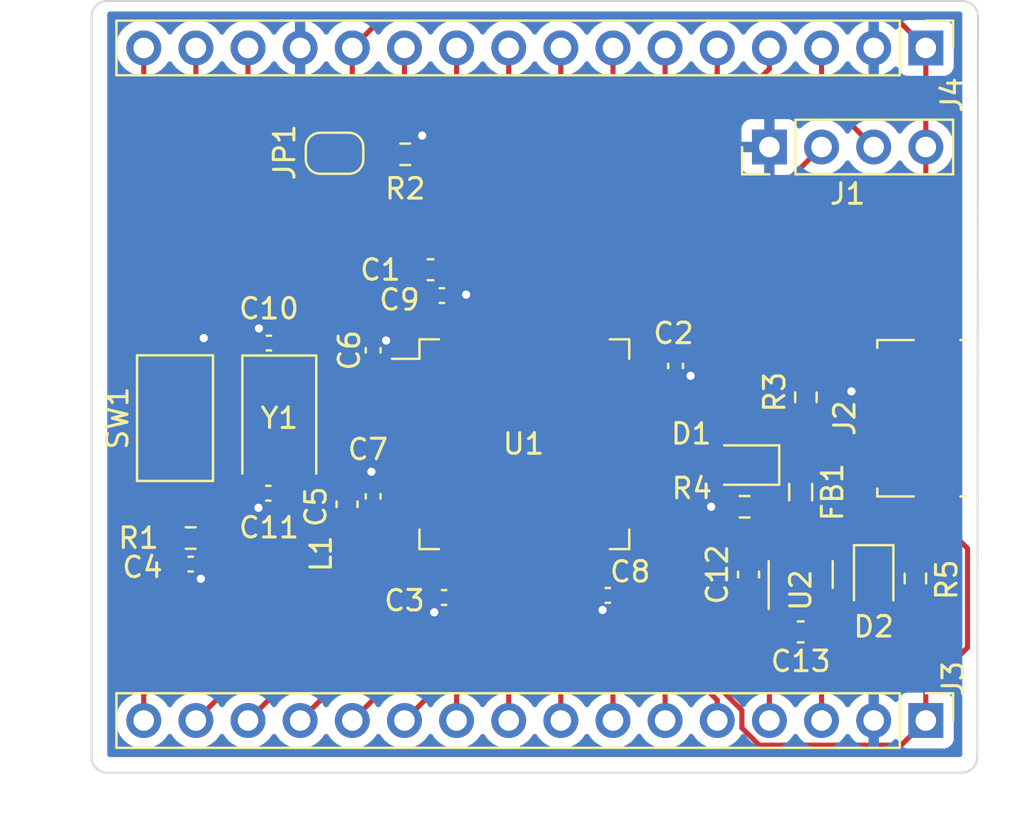
<source format=kicad_pcb>
(kicad_pcb (version 20211014) (generator pcbnew)
  (layers (0 "F.Cu" signal) (31 "B.Cu" signal) (34 "B.Paste" user) (35 "F.Paste" user) (36 "B.SilkS" user "B.Silkscreen") (37 "F.SilkS" user "F.Silkscreen") (38 "B.Mask" user) (39 "F.Mask" user) (44 "Edge.Cuts" user))
  (net 0 "")
  (net 1 "+3.3V")
  (net 2 "GND")
  (net 3 "NRST")
  (net 4 "+3.3VA")
  (net 5 "Net-(C10-Pad1)")
  (net 6 "Net-(C11-Pad1)")
  (net 7 "Net-(C12-Pad1)")
  (net 8 "Net-(D1-Pad1)")
  (net 9 "Net-(D1-Pad2)")
  (net 10 "Net-(D2-Pad1)")
  (net 11 "+5V")
  (net 12 "SWDIO")
  (net 13 "SWCLK")
  (net 14 "USB_D-")
  (net 15 "USB_D+")
  (net 18 "PA4")
  (net 19 "PA15")
  (net 20 "PC15")
  (net 21 "PC14")
  (net 22 "PC13")
  (net 23 "PC12")
  (net 24 "PC11")
  (net 25 "PC10")
  (net 26 "PC4")
  (net 27 "PC5")
  (net 28 "PB0")
  (net 29 "PB1")
  (net 30 "PB2")
  (net 31 "PB3")
  (net 32 "PB4")
  (net 33 "PB6")
  (net 34 "PB7")
  (net 35 "Net-(JP1-Pad1)")
  (net 38 "PB13")
  (net 39 "PB12")
  (net 40 "PB11")
  (net 41 "PB10")
  (net 42 "PA7")
  (net 43 "PA6")
  (net 44 "PA5")
  (net 45 "PA3")
  (net 50 "PB5")
  (footprint "Capacitor_SMD:C_0402_1005Metric" (layer "F.Cu") (at 139.192 75.0824 180)
    (fp_text reference "C10")
    (fp_text value "30p")
  )
  (footprint "Capacitor_SMD:C_0603_1608Metric" (layer "F.Cu") (at 143.002 82.9375 90)
    (fp_text reference "C5")
    (fp_text value "1u")
  )
  (footprint "Capacitor_SMD:C_0603_1608Metric" (layer "F.Cu") (at 147.066 71.509933)
    (fp_text reference "C1")
    (fp_text value "10u")
  )
  (footprint "Capacitor_SMD:C_0402_1005Metric" (layer "F.Cu") (at 159.004 76.2 -90)
    (fp_text reference "C2")
    (fp_text value "100n")
  )
  (footprint "Connector_PinHeader_2.54mm:PinHeader_1x04_P2.54mm_Vertical" (layer "F.Cu") (at 163.576 65.532 90)
    (fp_text reference "J1")
    (fp_text value "Conn_01x04_Male")
  )
  (footprint "Resistor_SMD:R_0603_1608Metric" (layer "F.Cu") (at 145.8346 65.8876 180)
    (fp_text reference "R2")
    (fp_text value "10k")
  )
  (footprint "Resistor_SMD:R_0603_1608Metric" (layer "F.Cu") (at 170.688 86.55 -90)
    (fp_text reference "R5")
    (fp_text value "1k5")
  )
  (footprint "Capacitor_SMD:C_0402_1005Metric" (layer "F.Cu") (at 144.272 75.438 90)
    (fp_text reference "C6")
    (fp_text value "100n")
  )
  (footprint "Jumper:SolderJumper-2_P1.3mm_Open_RoundedPad1.0x1.5mm" (layer "F.Cu") (at 142.3924 65.8368 180)
    (fp_text reference "JP1")
    (fp_text value "SolderJumper_2_Open")
  )
  (footprint "Resistor_SMD:R_0603_1608Metric" (layer "F.Cu") (at 162.369 83.058)
    (fp_text reference "R4")
    (fp_text value "1k5")
  )
  (footprint "LED_SMD:LED_0805_2012Metric" (layer "F.Cu") (at 162.369 81.026 180)
    (fp_text reference "D1")
    (fp_text value "RED")
  )
  (footprint "Capacitor_SMD:C_0603_1608Metric" (layer "F.Cu") (at 165.1 89.154 180)
    (fp_text reference "C13")
    (fp_text value "1u")
  )
  (footprint "Capacitor_SMD:C_0402_1005Metric" (layer "F.Cu") (at 155.702 87.376 180)
    (fp_text reference "C8")
    (fp_text value "100n")
  )
  (footprint "Connector_PinHeader_2.54mm:PinHeader_1x16_P2.54mm_Vertical" (layer "F.Cu") (at 171.196 60.706 -90)
    (fp_text reference "J4")
    (fp_text value "Conn_01x16")
  )
  (footprint "Resistor_SMD:R_0603_1608Metric" (layer "F.Cu") (at 165.354 77.724 -90)
    (fp_text reference "R3")
    (fp_text value "1k5")
  )
  (footprint "Connector_PinHeader_2.54mm:PinHeader_1x16_P2.54mm_Vertical" (layer "F.Cu") (at 171.196 93.472 -90)
    (fp_text reference "J3")
    (fp_text value "Conn_01x16")
  )
  (footprint "Capacitor_SMD:C_0402_1005Metric" (layer "F.Cu") (at 139.164 82.3976 180)
    (fp_text reference "C11")
    (fp_text value "30p")
  )
  (footprint "Capacitor_SMD:C_0402_1005Metric" (layer "F.Cu") (at 147.7264 87.4776 180)
    (fp_text reference "C3")
    (fp_text value "100n")
  )
  (footprint "Capacitor_SMD:C_0402_1005Metric" (layer "F.Cu") (at 135.382 85.852)
    (fp_text reference "C4")
    (fp_text value "100n")
  )
  (footprint "Connector_USB:USB_Micro-B_Molex_47346-0001" (layer "F.Cu") (at 170.5426 78.745 90)
    (fp_text reference "J2")
    (fp_text value "USB_B_Micro")
  )
  (footprint "Inductor_SMD:L_0805_2012Metric" (layer "F.Cu") (at 165.1 82.3425 -90)
    (fp_text reference "FB1")
    (fp_text value "100R")
  )
  (footprint "Capacitor_SMD:C_0402_1005Metric" (layer "F.Cu") (at 147.621269 72.770023)
    (fp_text reference "C9")
    (fp_text value "100n")
  )
  (footprint "Package_TO_SOT_SMD:SOT-23" (layer "F.Cu") (at 165.1 86.36 90)
    (fp_text reference "U2")
    (fp_text value "XC6206PxxxMR")
  )
  (footprint "Package_QFP:LQFP-64_10x10mm_P0.5mm" (layer "F.Cu") (at 151.638 80.01)
    (fp_text reference "U1")
    (fp_text value "STM32F303RETx")
  )
  (footprint "LED_SMD:LED_0805_2012Metric" (layer "F.Cu") (at 168.656 86.614 -90)
    (fp_text reference "D2")
    (fp_text value "GREEN")
  )
  (footprint "Capacitor_SMD:C_0402_1005Metric" (layer "F.Cu") (at 144.272 82.55 90)
    (fp_text reference "C7")
    (fp_text value "100n")
  )
  (footprint "Capacitor_SMD:C_0603_1608Metric" (layer "F.Cu") (at 162.56 86.36 -90)
    (fp_text reference "C12")
    (fp_text value "1u")
  )
  (footprint "Resistor_SMD:R_0603_1608Metric" (layer "F.Cu") (at 135.382 84.582)
    (fp_text reference "R1")
    (fp_text value "10k")
  )
  (footprint "Crystal:Crystal_SMD_5032-2Pin_5.0x3.2mm" (layer "F.Cu") (at 139.7 78.74 -90)
    (fp_text reference "Y1")
    (fp_text value "8MHz")
  )
  (footprint "Button_Switch_SMD:SW_SPST_CK_RS282G05A3" (layer "F.Cu") (at 134.62 78.74 -90)
    (fp_text reference "SW1")
    (fp_text value "SW_DPST_x2")
  )
  (footprint "Inductor_SMD:L_0402_1005Metric" (layer "F.Cu") (at 143.002 85.4775 90)
    (fp_text reference "L1")
    (fp_text value "27n")
  )
  (gr_line (start 173.736 59.182) (end 173.705185 95.25) (layer "Edge.Cuts") (width 0.1))
  (gr_arc (start 172.974 58.42) (mid 173.512815 58.643185) (end 173.736 59.182) (layer "Edge.Cuts") (width 0.1))
  (gr_line (start 172.943185 96.012) (end 131.318 96.012) (layer "Edge.Cuts") (width 0.1))
  (gr_arc (start 173.705185 95.25) (mid 173.482 95.788815) (end 172.943185 96.012) (layer "Edge.Cuts") (width 0.1))
  (gr_line (start 130.556 95.25) (end 130.556 59.182) (layer "Edge.Cuts") (width 0.1))
  (gr_line (start 131.318 58.42) (end 172.974 58.42) (layer "Edge.Cuts") (width 0.1))
  (gr_arc (start 131.318 96.012) (mid 130.779185 95.788815) (end 130.556 95.25) (layer "Edge.Cuts") (width 0.1))
  (gr_arc (start 130.556 59.182) (mid 130.779185 58.643185) (end 131.318 58.42) (layer "Edge.Cuts") (width 0.1))
  (segment (start 170.434 83.82) (end 170.434 74.422) (width 0.25) (layer "F.Cu") (net 1))
  (segment (start 155.388 86.3) (end 156.182 87.094) (width 0.25) (layer "F.Cu") (net 1))
  (segment (start 143.3995 85.9625) (end 145.1025 84.2595) (width 0.25) (layer "F.Cu") (net 1))
  (segment (start 143.002 85.9625) (end 143.3995 85.9625) (width 0.25) (layer "F.Cu") (net 1))
  (segment (start 145.1025 84.2595) (end 146.9821 84.2595) (width 0.25) (layer "F.Cu") (net 1))
  (segment (start 155.1255 84.2595) (end 155.388 84.522) (width 0.25) (layer "F.Cu") (net 1))
  (segment (start 166.05 85.664) (end 167.386 84.328) (width 0.25) (layer "F.Cu") (net 1))
  (segment (start 142.24 67.31) (end 141.7424 66.8124) (width 0.25) (layer "F.Cu") (net 1))
  (segment (start 147.141269 72.973269) (end 147.888 73.72) (width 0.3) (layer "F.Cu") (net 1))
  (segment (start 148.888 85.685) (end 148.888 86.796) (width 0.25) (layer "F.Cu") (net 1))
  (segment (start 166.05 88.979) (end 165.875 89.154) (width 0.25) (layer "F.Cu") (net 1))
  (segment (start 157.3135 76.2605) (end 157.313 76.26) (width 0.25) (layer "F.Cu") (net 1))
  (segment (start 145.963 76.26) (end 147.26 76.26) (width 0.3) (layer "F.Cu") (net 1))
  (segment (start 171.196 93.472) (end 169.996 94.672) (width 0.25) (layer "F.Cu") (net 1))
  (segment (start 169.672 59.182) (end 144.78 59.182) (width 0.25) (layer "F.Cu") (net 1))
  (segment (start 166.05 87.2975) (end 166.05 88.979) (width 0.25) (layer "F.Cu") (net 1))
  (segment (start 146.291 71.628) (end 146.291 70.091) (width 0.25) (layer "F.Cu") (net 1))
  (segment (start 173.228 85.09) (end 173.228 89.916) (width 0.25) (layer "F.Cu") (net 1))
  (segment (start 147.094 72.898) (end 147.094 72.431) (width 0.25) (layer "F.Cu") (net 1))
  (segment (start 146.291 70.091) (end 143.51 67.31) (width 0.25) (layer "F.Cu") (net 1))
  (segment (start 141.7424 66.8124) (end 141.7424 65.8368) (width 0.25) (layer "F.Cu") (net 1))
  (segment (start 171.196 68.776002) (end 167.611001 72.361001) (width 0.25) (layer "F.Cu") (net 1))
  (segment (start 158.1815 76.2605) (end 157.3135 76.2605) (width 0.25) (layer "F.Cu") (net 1))
  (segment (start 166.05 87.2975) (end 166.05 85.664) (width 0.25) (layer "F.Cu") (net 1))
  (segment (start 147.5917 84.2595) (end 148.338541 84.2595) (width 0.25) (layer "F.Cu") (net 1))
  (segment (start 167.386 84.328) (end 170.434 84.328) (width 0.25) (layer "F.Cu") (net 1))
  (segment (start 164.818 75.72) (end 165.354 75.184) (width 0.25) (layer "F.Cu") (net 1))
  (segment (start 155.388 85.685) (end 155.388 86.3) (width 0.25) (layer "F.Cu") (net 1))
  (segment (start 167.611001 72.361001) (end 165.354 74.618002) (width 0.25) (layer "F.Cu") (net 1))
  (segment (start 170.434 84.328) (end 171.196 84.328) (width 0.25) (layer "F.Cu") (net 1))
  (segment (start 148.888 84.808959) (end 148.888 85.685) (width 0.25) (layer "F.Cu") (net 1))
  (segment (start 169.926 84.328) (end 170.434 83.82) (width 0.25) (layer "F.Cu") (net 1))
  (segment (start 171.196 65.532) (end 171.196 60.706) (width 0.25) (layer "F.Cu") (net 1))
  (segment (start 168.402 87.2975) (end 168.656 87.5515) (width 0.25) (layer "F.Cu") (net 1))
  (segment (start 165.354 74.618002) (end 165.354 76.899) (width 0.25) (layer "F.Cu") (net 1))
  (segment (start 144.78 59.182) (end 143.256 60.706) (width 0.25) (layer "F.Cu") (net 1))
  (segment (start 140.208 84.582) (end 141.732 86.106) (width 0.25) (layer "F.Cu") (net 1))
  (segment (start 141.7424 64.3024) (end 141.7424 65.8368) (width 0.25) (layer "F.Cu") (net 1))
  (segment (start 166.05 87.2975) (end 168.402 87.2975) (width 0.25) (layer "F.Cu") (net 1))
  (segment (start 165.354 76.899) (end 165.354 75.184) (width 0.25) (layer "F.Cu") (net 1))
  (segment (start 173.228 89.916) (end 171.196 91.948) (width 0.25) (layer "F.Cu") (net 1))
  (segment (start 136.207 84.582) (end 140.208 84.582) (width 0.25) (layer "F.Cu") (net 1))
  (segment (start 171.196 65.532) (end 171.196 68.776002) (width 0.25) (layer "F.Cu") (net 1))
  (segment (start 162.236 93.829057) (end 162.236 92.974943) (width 0.25) (layer "F.Cu") (net 1))
  (segment (start 163.078943 94.672) (end 162.236 93.829057) (width 0.25) (layer "F.Cu") (net 1))
  (segment (start 143.256 62.7888) (end 141.7424 64.3024) (width 0.25) (layer "F.Cu") (net 1))
  (segment (start 171.196 60.706) (end 169.672 59.182) (width 0.25) (layer "F.Cu") (net 1))
  (segment (start 168.373001 72.361001) (end 167.611001 72.361001) (width 0.25) (layer "F.Cu") (net 1))
  (segment (start 147.094 72.431) (end 146.291 71.628) (width 0.25) (layer "F.Cu") (net 1))
  (segment (start 141.732 86.106) (end 142.8585 86.106) (width 0.25) (layer "F.Cu") (net 1))
  (segment (start 172.466 84.328) (end 173.228 85.09) (width 0.25) (layer "F.Cu") (net 1))
  (segment (start 171.196 84.328) (end 172.466 84.328) (width 0.25) (layer "F.Cu") (net 1))
  (segment (start 156.182 87.094) (end 156.182 87.376) (width 0.25) (layer "F.Cu") (net 1))
  (segment (start 155.388 84.522) (end 155.388 85.685) (width 0.25) (layer "F.Cu") (net 1))
  (segment (start 143.51 67.31) (end 142.24 67.31) (width 0.25) (layer "F.Cu") (net 1))
  (segment (start 143.256 60.706) (end 143.256 62.7888) (width 0.25) (layer "F.Cu") (net 1))
  (segment (start 146.9821 84.2595) (end 147.5917 84.2595) (width 0.25) (layer "F.Cu") (net 1))
  (segment (start 159.004 75.72) (end 164.818 75.72) (width 0.25) (layer "F.Cu") (net 1))
  (segment (start 171.196 91.948) (end 171.196 93.472) (width 0.25) (layer "F.Cu") (net 1))
  (segment (start 142.8585 86.106) (end 143.002 85.9625) (width 0.25) (layer "F.Cu") (net 1))
  (segment (start 170.434 74.422) (end 168.373001 72.361001) (width 0.25) (layer "F.Cu") (net 1))
  (segment (start 147.141269 72.770023) (end 147.141269 72.973269) (width 0.3) (layer "F.Cu") (net 1))
  (segment (start 148.338541 84.2595) (end 148.888 84.808959) (width 0.25) (layer "F.Cu") (net 1))
  (segment (start 148.888 86.796) (end 148.2064 87.4776) (width 0.25) (layer "F.Cu") (net 1))
  (segment (start 147.888 75.632) (end 147.888 74.335) (width 0.3) (layer "F.Cu") (net 1))
  (segment (start 148.338541 84.2595) (end 155.1255 84.2595) (width 0.25) (layer "F.Cu") (net 1))
  (segment (start 147.26 76.26) (end 147.888 75.632) (width 0.3) (layer "F.Cu") (net 1))
  (segment (start 147.094 72.940965) (end 147.094 72.898) (width 0.25) (layer "F.Cu") (net 1))
  (segment (start 156.637057 87.376) (end 156.182 87.376) (width 0.25) (layer "F.Cu") (net 1))
  (segment (start 147.888 73.72) (end 147.888 74.335) (width 0.3) (layer "F.Cu") (net 1))
  (segment (start 144.614 76.26) (end 144.272 75.918) (width 0.25) (layer "F.Cu") (net 1))
  (segment (start 162.236 92.974943) (end 156.637057 87.376) (width 0.25) (layer "F.Cu") (net 1))
  (segment (start 158.722 75.72) (end 158.1815 76.2605) (width 0.25) (layer "F.Cu") (net 1))
  (segment (start 169.996 94.672) (end 163.078943 94.672) (width 0.25) (layer "F.Cu") (net 1))
  (segment (start 145.963 76.26) (end 144.614 76.26) (width 0.25) (layer "F.Cu") (net 1))
  (segment (start 164.15 87.2975) (end 162.7225 87.2975) (width 0.25) (layer "F.Cu") (net 2))
  (segment (start 135.878318 86.565713) (end 135.878318 85.868318) (width 0.25) (layer "F.Cu") (net 2))
  (segment (start 161.544 83.058) (end 161.544 86.119) (width 0.25) (layer "F.Cu") (net 2))
  (segment (start 135.878318 85.868318) (end 135.862 85.852) (width 0.25) (layer "F.Cu") (net 2))
  (segment (start 154.888 87.042) (end 155.222 87.376) (width 0.25) (layer "F.Cu") (net 2))
  (segment (start 144.272 82.07) (end 143.0945 82.07) (width 0.25) (layer "F.Cu") (net 2))
  (segment (start 170.688 89.916) (end 170.688 87.375) (width 0.25) (layer "F.Cu") (net 2))
  (segment (start 147.2464 87.1448) (end 147.2464 87.4776) (width 0.25) (layer "F.Cu") (net 2))
  (segment (start 155.448 88.0872) (end 155.222 87.8612) (width 0.25) (layer "F.Cu") (net 2))
  (segment (start 164.15 87.2975) (end 164.15 88.979) (width 0.25) (layer "F.Cu") (net 2))
  (segment (start 138.684 82.3976) (end 138.684 83.1088) (width 0.25) (layer "F.Cu") (net 2))
  (segment (start 146.6596 64.9732) (end 146.6596 65.8876) (width 0.25) (layer "F.Cu") (net 2))
  (segment (start 148.388 86.525685) (end 148.070585 86.8431) (width 0.25) (layer "F.Cu") (net 2))
  (segment (start 148.054 72.898) (end 148.054 72.890391) (width 0.25) (layer "F.Cu") (net 2))
  (segment (start 145.963 81.76) (end 144.582 81.76) (width 0.25) (layer "F.Cu") (net 2))
  (segment (start 136.01935 74.84) (end 134.62 74.84) (width 0.25) (layer "F.Cu") (net 2))
  (segment (start 168.656 91.948) (end 170.688 89.916) (width 0.25) (layer "F.Cu") (net 2))
  (segment (start 138.7094 74.3712) (end 138.7094 75.0798) (width 0.25) (layer "F.Cu") (net 2))
  (segment (start 161.544 86.119) (end 162.56 87.135) (width 0.25) (layer "F.Cu") (net 2))
  (segment (start 148.388 85.685) (end 148.388 86.525685) (width 0.25) (layer "F.Cu") (net 2))
  (segment (start 148.388 74.335) (end 148.388 73.232) (width 0.25) (layer "F.Cu") (net 2))
  (segment (start 147.2464 88.198764) (end 147.247414 88.199778) (width 0.25) (layer "F.Cu") (net 2))
  (segment (start 148.054 72.898) (end 148.054 71.841) (width 0.25) (layer "F.Cu") (net 2))
  (segment (start 144.582 81.76) (end 144.272 82.07) (width 0.25) (layer "F.Cu") (net 2))
  (segment (start 167.571171 77.435544) (end 167.580627 77.445) (width 0.25) (layer "F.Cu") (net 2))
  (segment (start 168.656 93.472) (end 168.656 91.948) (width 0.25) (layer "F.Cu") (net 2))
  (segment (start 164.15 88.979) (end 164.325 89.154) (width 0.25) (layer "F.Cu") (net 2))
  (segment (start 147.5481 86.8431) (end 147.2464 87.1448) (width 0.25) (layer "F.Cu") (net 2))
  (segment (start 144.272 82.07) (end 144.272 81.435869) (width 0.25) (layer "F.Cu") (net 2))
  (segment (start 143.0945 82.07) (end 143.002 82.1625) (width 0.25) (layer "F.Cu") (net 2))
  (segment (start 161.544 83.058) (end 160.737814 83.058) (width 0.25) (layer "F.Cu") (net 2))
  (segment (start 158.924 76.76) (end 159.004 76.68) (width 0.25) (layer "F.Cu") (net 2))
  (segment (start 154.888 85.685) (end 154.888 87.042) (width 0.25) (layer "F.Cu") (net 2))
  (segment (start 148.070585 86.8431) (end 147.5481 86.8431) (width 0.25) (layer "F.Cu") (net 2))
  (segment (start 148.054 71.841) (end 147.841 71.628) (width 0.25) (layer "F.Cu") (net 2))
  (segment (start 148.228729 72.723271) (end 148.054 72.898) (width 0.25) (layer "F.Cu") (net 2))
  (segment (start 167.580627 77.445) (end 169.0826 77.445) (width 0.25) (layer "F.Cu") (net 2))
  (segment (start 148.800787 72.723271) (end 148.228729 72.723271) (width 0.25) (layer "F.Cu") (net 2))
  (segment (start 147.2464 87.4776) (end 147.2464 88.198764) (width 0.25) (layer "F.Cu") (net 2))
  (segment (start 144.272 81.435869) (end 144.186485 81.350354) (width 0.25) (layer "F.Cu") (net 2))
  (segment (start 155.222 87.8612) (end 155.222 87.376) (width 0.25) (layer "F.Cu") (net 2))
  (segment (start 157.313 76.76) (end 158.924 76.76) (width 0.25) (layer "F.Cu") (net 2))
  (segment (start 144.9044 74.958) (end 144.272 74.958) (width 0.25) (layer "F.Cu") (net 2))
  (segment (start 159.738 76.68) (end 159.004 76.68) (width 0.25) (layer "F.Cu") (net 2))
  (segment (start 138.7094 75.0798) (end 138.712 75.0824) (width 0.25) (layer "F.Cu") (net 2))
  (segment (start 162.7225 87.2975) (end 162.56 87.135) (width 0.25) (layer "F.Cu") (net 2))
  (segment (start 148.388 73.232) (end 148.054 72.898) (width 0.25) (layer "F.Cu") (net 2))
  (via (at 147.247414 88.199778) (size 0.8) (drill 0.4) (layers "F.Cu" "B.Cu") (net 2))
  (via (at 138.684 83.1088) (size 0.8) (drill 0.4) (layers "F.Cu" "B.Cu") (net 2))
  (via (at 159.738 76.68) (size 0.8) (drill 0.4) (layers "F.Cu" "B.Cu") (net 2))
  (via (at 167.571171 77.435544) (size 0.8) (drill 0.4) (layers "F.Cu" "B.Cu") (net 2))
  (via (at 144.9044 74.958) (size 0.8) (drill 0.4) (layers "F.Cu" "B.Cu") (net 2))
  (via (at 146.6596 64.9732) (size 0.8) (drill 0.4) (layers "F.Cu" "B.Cu") (net 2))
  (via (at 135.878318 86.565713) (size 0.8) (drill 0.4) (layers "F.Cu" "B.Cu") (net 2))
  (via (at 160.737814 83.058) (size 0.8) (drill 0.4) (layers "F.Cu" "B.Cu") (net 2))
  (via (at 136.01935 74.84) (size 0.8) (drill 0.4) (layers "F.Cu" "B.Cu") (net 2))
  (via (at 148.800787 72.723271) (size 0.8) (drill 0.4) (layers "F.Cu" "B.Cu") (net 2))
  (via (at 144.186485 81.350354) (size 0.8) (drill 0.4) (layers "F.Cu" "B.Cu") (net 2))
  (via (at 155.448 88.0872) (size 0.8) (drill 0.4) (layers "F.Cu" "B.Cu") (net 2))
  (via (at 138.7094 74.3712) (size 0.8) (drill 0.4) (layers "F.Cu" "B.Cu") (net 2))
  (segment (start 134.557 84.836) (end 134.62 84.773) (width 0.25) (layer "F.Cu") (net 3))
  (segment (start 134.62 84.773) (end 134.62 82.64) (width 0.25) (layer "F.Cu") (net 3))
  (segment (start 141.732 80.01) (end 141.732 82.296) (width 0.25) (layer "F.Cu") (net 3))
  (segment (start 137.668 84.074) (end 136.234 82.64) (width 0.25) (layer "F.Cu") (net 3))
  (segment (start 145.963 79.26) (end 142.482 79.26) (width 0.25) (layer "F.Cu") (net 3))
  (segment (start 134.902 85.181) (end 134.557 84.836) (width 0.25) (layer "F.Cu") (net 3))
  (segment (start 142.482 79.26) (end 141.732 80.01) (width 0.25) (layer "F.Cu") (net 3))
  (segment (start 134.902 85.852) (end 134.902 85.181) (width 0.25) (layer "F.Cu") (net 3))
  (segment (start 136.234 82.64) (end 134.62 82.64) (width 0.25) (layer "F.Cu") (net 3))
  (segment (start 139.954 84.074) (end 137.668 84.074) (width 0.25) (layer "F.Cu") (net 3))
  (segment (start 141.732 82.296) (end 139.954 84.074) (width 0.25) (layer "F.Cu") (net 3))
  (segment (start 145.963 82.26) (end 145.084965 82.26) (width 0.25) (layer "F.Cu") (net 4))
  (segment (start 145.084965 82.26) (end 144.314965 83.03) (width 0.25) (layer "F.Cu") (net 4))
  (segment (start 144.272 83.03) (end 143.6845 83.03) (width 0.25) (layer "F.Cu") (net 4))
  (segment (start 144.314965 83.03) (end 144.272 83.03) (width 0.25) (layer "F.Cu") (net 4))
  (segment (start 143.002 84.9925) (end 143.002 83.7125) (width 0.25) (layer "F.Cu") (net 4))
  (segment (start 143.6845 83.03) (end 143.002 83.7125) (width 0.25) (layer "F.Cu") (net 4))
  (segment (start 143.284 78.26) (end 141.914 76.89) (width 0.25) (layer "F.Cu") (net 5))
  (segment (start 139.672 76.862) (end 139.7 76.89) (width 0.25) (layer "F.Cu") (net 5))
  (segment (start 141.914 76.89) (end 139.7 76.89) (width 0.25) (layer "F.Cu") (net 5))
  (segment (start 139.672 75.0824) (end 139.672 76.862) (width 0.25) (layer "F.Cu") (net 5))
  (segment (start 145.963 78.26) (end 143.284 78.26) (width 0.25) (layer "F.Cu") (net 5))
  (segment (start 139.644 82.3976) (end 139.644 80.646) (width 0.25) (layer "F.Cu") (net 6))
  (segment (start 141.53 78.76) (end 139.7 80.59) (width 0.25) (layer "F.Cu") (net 6))
  (segment (start 139.644 80.646) (end 139.7 80.59) (width 0.25) (layer "F.Cu") (net 6))
  (segment (start 145.963 78.76) (end 141.53 78.76) (width 0.25) (layer "F.Cu") (net 6))
  (segment (start 165.1 83.405) (end 165.1 85.4225) (width 0.25) (layer "F.Cu") (net 7))
  (segment (start 162.7225 85.4225) (end 162.56 85.585) (width 0.25) (layer "F.Cu") (net 7))
  (segment (start 165.1 85.4225) (end 162.7225 85.4225) (width 0.25) (layer "F.Cu") (net 7))
  (segment (start 163.3065 82.9455) (end 163.194 83.058) (width 0.25) (layer "F.Cu") (net 8))
  (segment (start 163.3065 81.026) (end 163.3065 82.9455) (width 0.25) (layer "F.Cu") (net 8))
  (segment (start 161.1655 80.76) (end 161.4315 81.026) (width 0.25) (layer "F.Cu") (net 9))
  (segment (start 157.313 80.76) (end 161.1655 80.76) (width 0.25) (layer "F.Cu") (net 9))
  (segment (start 170.6395 85.6765) (end 170.688 85.725) (width 0.25) (layer "F.Cu") (net 10))
  (segment (start 168.656 85.6765) (end 170.6395 85.6765) (width 0.25) (layer "F.Cu") (net 10))
  (segment (start 166.878 81.28) (end 165.1 81.28) (width 0.3) (layer "F.Cu") (net 11))
  (segment (start 169.0826 80.045) (end 168.113 80.045) (width 0.3) (layer "F.Cu") (net 11))
  (segment (start 168.113 80.045) (end 166.878 81.28) (width 0.3) (layer "F.Cu") (net 11))
  (segment (start 157.313 77.26) (end 156.1524 77.26) (width 0.25) (layer "F.Cu") (net 12))
  (segment (start 155.6512 76.7588) (end 155.6512 75.9968) (width 0.25) (layer "F.Cu") (net 12))
  (segment (start 156.1524 77.26) (end 155.6512 76.7588) (width 0.25) (layer "F.Cu") (net 12))
  (segment (start 155.6512 75.9968) (end 166.116 65.532) (width 0.25) (layer "F.Cu") (net 12))
  (segment (start 162.052 63.5) (end 166.624 63.5) (width 0.25) (layer "F.Cu") (net 13))
  (segment (start 155.388 72.989606) (end 161.789501 66.588105) (width 0.25) (layer "F.Cu") (net 13))
  (segment (start 161.789501 63.762499) (end 162.052 63.5) (width 0.25) (layer "F.Cu") (net 13))
  (segment (start 155.388 74.335) (end 155.388 72.989606) (width 0.25) (layer "F.Cu") (net 13))
  (segment (start 166.624 63.5) (end 168.656 65.532) (width 0.25) (layer "F.Cu") (net 13))
  (segment (start 161.789501 66.588105) (end 161.789501 63.762499) (width 0.25) (layer "F.Cu") (net 13))
  (segment (start 158.21724 78.309004) (end 160.9146 78.309002) (width 0.25) (layer "F.Cu") (net 14))
  (segment (start 161.995598 79.39) (end 169.0776 79.39) (width 0.25) (layer "F.Cu") (net 14))
  (segment (start 169.0776 79.39) (end 169.0826 79.395) (width 0.25) (layer "F.Cu") (net 14))
  (segment (start 160.9146 78.309002) (end 161.995598 79.39) (width 0.25) (layer "F.Cu") (net 14))
  (segment (start 158.168236 78.26) (end 158.21724 78.309004) (width 0.25) (layer "F.Cu") (net 14))
  (segment (start 157.313 78.26) (end 158.168236 78.26) (width 0.25) (layer "F.Cu") (net 14))
  (segment (start 161.121501 77.809501) (end 162.052 78.74) (width 0.25) (layer "F.Cu") (net 15))
  (segment (start 157.313 77.76) (end 158.374633 77.76) (width 0.25) (layer "F.Cu") (net 15))
  (segment (start 158.424135 77.809501) (end 161.121501 77.809501) (width 0.25) (layer "F.Cu") (net 15))
  (segment (start 169.0776 78.74) (end 169.0826 78.745) (width 0.25) (layer "F.Cu") (net 15))
  (segment (start 162.052 78.74) (end 169.0776 78.74) (width 0.25) (layer "F.Cu") (net 15))
  (segment (start 158.374633 77.76) (end 158.424135 77.809501) (width 0.25) (layer "F.Cu") (net 15))
  (segment (start 137.16 91.948) (end 135.636 93.472) (width 0.25) (layer "F.Cu") (net 18))
  (segment (start 138.882402 91.948) (end 137.16 91.948) (width 0.25) (layer "F.Cu") (net 18))
  (segment (start 149.388 85.685) (end 149.388 87.34) (width 0.25) (layer "F.Cu") (net 18))
  (segment (start 149.388 87.34) (end 147.32 89.408) (width 0.25) (layer "F.Cu") (net 18))
  (segment (start 141.422402 89.408) (end 138.882402 91.948) (width 0.25) (layer "F.Cu") (net 18))
  (segment (start 147.32 89.408) (end 141.422402 89.408) (width 0.25) (layer "F.Cu") (net 18))
  (segment (start 161.798 62.738) (end 165.608 62.738) (width 0.25) (layer "F.Cu") (net 19))
  (segment (start 165.608 62.738) (end 166.116 62.23) (width 0.25) (layer "F.Cu") (net 19))
  (segment (start 161.29 66.381205) (end 161.29 63.246) (width 0.25) (layer "F.Cu") (net 19))
  (segment (start 161.29 63.246) (end 161.798 62.738) (width 0.25) (layer "F.Cu") (net 19))
  (segment (start 154.888 74.335) (end 154.888 72.783205) (width 0.25) (layer "F.Cu") (net 19))
  (segment (start 166.116 62.23) (end 166.116 60.706) (width 0.25) (layer "F.Cu") (net 19))
  (segment (start 154.888 72.783205) (end 161.29 66.381205) (width 0.25) (layer "F.Cu") (net 19))
  (segment (start 141.986 76.047769) (end 141.986 74.422) (width 0.25) (layer "F.Cu") (net 20))
  (segment (start 141.986 74.422) (end 133.096 65.532) (width 0.25) (layer "F.Cu") (net 20))
  (segment (start 143.698231 77.76) (end 141.986 76.047769) (width 0.25) (layer "F.Cu") (net 20))
  (segment (start 133.096 65.532) (end 133.096 60.706) (width 0.25) (layer "F.Cu") (net 20))
  (segment (start 145.963 77.76) (end 143.698231 77.76) (width 0.25) (layer "F.Cu") (net 20))
  (segment (start 135.636 67.31) (end 135.636 60.706) (width 0.25) (layer "F.Cu") (net 21))
  (segment (start 142.494 74.168) (end 135.636 67.31) (width 0.25) (layer "F.Cu") (net 21))
  (segment (start 145.963 77.26) (end 143.904633 77.26) (width 0.25) (layer "F.Cu") (net 21))
  (segment (start 142.494 75.849367) (end 142.494 74.168) (width 0.25) (layer "F.Cu") (net 21))
  (segment (start 143.904633 77.26) (end 142.494 75.849367) (width 0.25) (layer "F.Cu") (net 21))
  (segment (start 144.111035 76.76) (end 143.002 75.650965) (width 0.25) (layer "F.Cu") (net 22))
  (segment (start 143.002 73.914) (end 138.176 69.088) (width 0.25) (layer "F.Cu") (net 22))
  (segment (start 145.963 76.76) (end 144.111035 76.76) (width 0.25) (layer "F.Cu") (net 22))
  (segment (start 143.002 75.650965) (end 143.002 73.914) (width 0.25) (layer "F.Cu") (net 22))
  (segment (start 138.176 69.088) (end 138.176 60.706) (width 0.25) (layer "F.Cu") (net 22))
  (segment (start 153.388 72.164) (end 158.496 67.056) (width 0.25) (layer "F.Cu") (net 23))
  (segment (start 158.496 67.056) (end 158.496 60.706) (width 0.25) (layer "F.Cu") (net 23))
  (segment (start 153.388 74.335) (end 153.388 72.164) (width 0.25) (layer "F.Cu") (net 23))
  (segment (start 160.274 62.738) (end 161.036 61.976) (width 0.25) (layer "F.Cu") (net 24))
  (segment (start 161.036 61.976) (end 161.036 60.706) (width 0.25) (layer "F.Cu") (net 24))
  (segment (start 153.888 72.370402) (end 160.274 65.984402) (width 0.25) (layer "F.Cu") (net 24))
  (segment (start 160.274 65.984402) (end 160.274 62.738) (width 0.25) (layer "F.Cu") (net 24))
  (segment (start 153.888 74.335) (end 153.888 72.370402) (width 0.25) (layer "F.Cu") (net 24))
  (segment (start 160.782 66.182804) (end 160.782 62.992) (width 0.25) (layer "F.Cu") (net 25))
  (segment (start 154.388 74.335) (end 154.388 72.576804) (width 0.25) (layer "F.Cu") (net 25))
  (segment (start 163.068 62.23) (end 163.576 61.722) (width 0.25) (layer "F.Cu") (net 25))
  (segment (start 161.544 62.23) (end 163.068 62.23) (width 0.25) (layer "F.Cu") (net 25))
  (segment (start 160.782 62.992) (end 161.544 62.23) (width 0.25) (layer "F.Cu") (net 25))
  (segment (start 154.388 72.576804) (end 160.782 66.182804) (width 0.25) (layer "F.Cu") (net 25))
  (segment (start 163.576 61.722) (end 163.576 60.706) (width 0.25) (layer "F.Cu") (net 25))
  (segment (start 151.384 88.392) (end 148.336 91.44) (width 0.25) (layer "F.Cu") (net 26))
  (segment (start 151.387501 88.078901) (end 151.384 88.082401) (width 0.25) (layer "F.Cu") (net 26))
  (segment (start 151.387501 85.685499) (end 151.387501 88.078901) (width 0.25) (layer "F.Cu") (net 26))
  (segment (start 151.388 85.685) (end 151.387501 85.685499) (width 0.25) (layer "F.Cu") (net 26))
  (segment (start 147.828 91.44) (end 145.796 93.472) (width 0.25) (layer "F.Cu") (net 26))
  (segment (start 151.384 88.082401) (end 151.384 88.392) (width 0.25) (layer "F.Cu") (net 26))
  (segment (start 148.336 91.44) (end 147.828 91.44) (width 0.25) (layer "F.Cu") (net 26))
  (segment (start 148.336 92.202) (end 148.336 93.472) (width 0.25) (layer "F.Cu") (net 27))
  (segment (start 151.888 88.65) (end 148.336 92.202) (width 0.25) (layer "F.Cu") (net 27))
  (segment (start 151.888 85.685) (end 151.888 88.65) (width 0.25) (layer "F.Cu") (net 27))
  (segment (start 152.388 88.912) (end 150.876 90.424) (width 0.25) (layer "F.Cu") (net 28))
  (segment (start 152.388 85.685) (end 152.388 88.912) (width 0.25) (layer "F.Cu") (net 28))
  (segment (start 150.876 90.424) (end 150.876 93.472) (width 0.25) (layer "F.Cu") (net 28))
  (segment (start 152.888 85.685) (end 152.888 88.88) (width 0.25) (layer "F.Cu") (net 29))
  (segment (start 152.888 88.88) (end 153.416 89.408) (width 0.25) (layer "F.Cu") (net 29))
  (segment (start 153.416 89.408) (end 153.416 93.472) (width 0.25) (layer "F.Cu") (net 29))
  (segment (start 153.388 88.618) (end 155.956 91.186) (width 0.25) (layer "F.Cu") (net 30))
  (segment (start 153.388 85.685) (end 153.388 88.618) (width 0.25) (layer "F.Cu") (net 30))
  (segment (start 155.956 91.186) (end 155.956 93.472) (width 0.25) (layer "F.Cu") (net 30))
  (segment (start 155.956 67.818) (end 155.956 60.706) (width 0.25) (layer "F.Cu") (net 31))
  (segment (start 152.388 71.386) (end 155.956 67.818) (width 0.25) (layer "F.Cu") (net 31))
  (segment (start 152.388 74.335) (end 152.388 71.386) (width 0.25) (layer "F.Cu") (net 31))
  (segment (start 153.416 69.596) (end 153.416 60.706) (width 0.25) (layer "F.Cu") (net 32))
  (segment (start 151.888 71.124) (end 153.416 69.596) (width 0.25) (layer "F.Cu") (net 32))
  (segment (start 151.888 74.335) (end 151.888 71.124) (width 0.25) (layer "F.Cu") (net 32))
  (segment (start 150.888 74.335) (end 150.888 71.386) (width 0.25) (layer "F.Cu") (net 33))
  (segment (start 150.888 71.386) (end 148.336 68.834) (width 0.25) (layer "F.Cu") (net 33))
  (segment (start 148.336 68.834) (end 148.336 60.706) (width 0.25) (layer "F.Cu") (net 33))
  (segment (start 150.388 71.648) (end 145.796 67.056) (width 0.25) (layer "F.Cu") (net 34))
  (segment (start 150.388 74.335) (end 150.388 71.648) (width 0.25) (layer "F.Cu") (net 34))
  (segment (start 145.796 67.056) (end 145.796 60.706) (width 0.25) (layer "F.Cu") (net 34))
  (segment (start 145.0096 65.8876) (end 143.0932 65.8876) (width 0.25) (layer "F.Cu") (net 35))
  (segment (start 143.0932 65.8876) (end 143.0424 65.8368) (width 0.25) (layer "F.Cu") (net 35))
  (segment (start 144.971 67.247) (end 144.971 65.9262) (width 0.25) (layer "F.Cu") (net 35))
  (segment (start 144.971 65.9262) (end 145.0096 65.8876) (width 0.25) (layer "F.Cu") (net 35))
  (segment (start 149.888 72.164) (end 144.971 67.247) (width 0.25) (layer "F.Cu") (net 35))
  (segment (start 149.888 74.335) (end 149.888 72.164) (width 0.25) (layer "F.Cu") (net 35))
  (segment (start 161.036 84.582) (end 161.036 87.884) (width 0.25) (layer "F.Cu") (net 38))
  (segment (start 157.313 83.26) (end 159.714 83.26) (width 0.25) (layer "F.Cu") (net 38))
  (segment (start 165.1 90.932) (end 166.116 91.948) (width 0.25) (layer "F.Cu") (net 38))
  (segment (start 166.116 91.948) (end 166.116 93.472) (width 0.25) (layer "F.Cu") (net 38))
  (segment (start 164.084 90.932) (end 165.1 90.932) (width 0.25) (layer "F.Cu") (net 38))
  (segment (start 159.714 83.26) (end 161.036 84.582) (width 0.25) (layer "F.Cu") (net 38))
  (segment (start 161.036 87.884) (end 164.084 90.932) (width 0.25) (layer "F.Cu") (net 38))
  (segment (start 157.313 83.76) (end 157.373 83.82) (width 0.25) (layer "F.Cu") (net 39))
  (segment (start 163.576 91.186) (end 163.576 93.472) (width 0.25) (layer "F.Cu") (net 39))
  (segment (start 159.512 83.82) (end 160.528 84.836) (width 0.25) (layer "F.Cu") (net 39))
  (segment (start 160.528 88.138) (end 163.576 91.186) (width 0.25) (layer "F.Cu") (net 39))
  (segment (start 157.373 83.82) (end 159.512 83.82) (width 0.25) (layer "F.Cu") (net 39))
  (segment (start 160.528 84.836) (end 160.528 88.138) (width 0.25) (layer "F.Cu") (net 39))
  (segment (start 157.454655 88.9) (end 161.036 92.481345) (width 0.25) (layer "F.Cu") (net 40))
  (segment (start 155.194 88.9) (end 157.454655 88.9) (width 0.25) (layer "F.Cu") (net 40))
  (segment (start 154.388 85.685) (end 154.388 88.094) (width 0.25) (layer "F.Cu") (net 40))
  (segment (start 161.036 92.481345) (end 161.036 93.472) (width 0.25) (layer "F.Cu") (net 40))
  (segment (start 154.388 88.094) (end 155.194 88.9) (width 0.25) (layer "F.Cu") (net 40))
  (segment (start 153.888 85.685) (end 153.888 88.356) (width 0.25) (layer "F.Cu") (net 41))
  (segment (start 158.496 90.932) (end 158.496 93.472) (width 0.25) (layer "F.Cu") (net 41))
  (segment (start 153.888 88.356) (end 154.94 89.408) (width 0.25) (layer "F.Cu") (net 41))
  (segment (start 156.972 89.408) (end 158.496 90.932) (width 0.25) (layer "F.Cu") (net 41))
  (segment (start 154.94 89.408) (end 156.972 89.408) (width 0.25) (layer "F.Cu") (net 41))
  (segment (start 145.796 90.932) (end 143.256 93.472) (width 0.25) (layer "F.Cu") (net 42))
  (segment (start 150.888 85.685) (end 150.888 88.014809) (width 0.25) (layer "F.Cu") (net 42))
  (segment (start 148.082 90.932) (end 145.796 90.932) (width 0.25) (layer "F.Cu") (net 42))
  (segment (start 150.888 88.014809) (end 150.876 88.026809) (width 0.25) (layer "F.Cu") (net 42))
  (segment (start 150.876 88.026809) (end 150.876 88.138) (width 0.25) (layer "F.Cu") (net 42))
  (segment (start 150.876 88.138) (end 148.082 90.932) (width 0.25) (layer "F.Cu") (net 42))
  (segment (start 150.387501 87.808901) (end 150.368 87.828401) (width 0.25) (layer "F.Cu") (net 43))
  (segment (start 150.387501 85.685499) (end 150.387501 87.808901) (width 0.25) (layer "F.Cu") (net 43))
  (segment (start 147.828 90.424) (end 143.764 90.424) (width 0.25) (layer "F.Cu") (net 43))
  (segment (start 150.388 85.685) (end 150.387501 85.685499) (width 0.25) (layer "F.Cu") (net 43))
  (segment (start 143.764 90.424) (end 140.716 93.472) (width 0.25) (layer "F.Cu") (net 43))
  (segment (start 150.368 87.884) (end 147.828 90.424) (width 0.25) (layer "F.Cu") (net 43))
  (segment (start 150.368 87.828401) (end 150.368 87.884) (width 0.25) (layer "F.Cu") (net 43))
  (segment (start 149.888 87.602) (end 147.574 89.916) (width 0.25) (layer "F.Cu") (net 44))
  (segment (start 149.888 85.685) (end 149.888 87.602) (width 0.25) (layer "F.Cu") (net 44))
  (segment (start 141.732 89.916) (end 138.176 93.472) (width 0.25) (layer "F.Cu") (net 44))
  (segment (start 147.574 89.916) (end 141.732 89.916) (width 0.25) (layer "F.Cu") (net 44))
  (segment (start 147.888 84.896) (end 147.751001 84.759001) (width 0.25) (layer "F.Cu") (net 45))
  (segment (start 145.364999 84.759001) (end 138.684 91.44) (width 0.25) (layer "F.Cu") (net 45))
  (segment (start 138.684 91.44) (end 133.858 91.44) (width 0.25) (layer "F.Cu") (net 45))
  (segment (start 133.858 91.44) (end 133.096 92.202) (width 0.25) (layer "F.Cu") (net 45))
  (segment (start 133.096 92.202) (end 133.096 93.472) (width 0.25) (layer "F.Cu") (net 45))
  (segment (start 147.751001 84.759001) (end 145.364999 84.759001) (width 0.25) (layer "F.Cu") (net 45))
  (segment (start 147.888 85.685) (end 147.888 84.896) (width 0.25) (layer "F.Cu") (net 45))
  (segment (start 151.388 71.179599) (end 151.388 74.335) (width 0.25) (layer "F.Cu") (net 50))
  (segment (start 151.388 71.179599) (end 151.1022 70.8938) (width 0.25) (layer "F.Cu") (net 50))
  (segment (start 151.1022 70.8938) (end 150.876 70.667599) (width 0.25) (layer "F.Cu") (net 50))
  (segment (start 150.876 60.706) (end 150.876 70.6676) (width 0.25) (layer "F.Cu") (net 50))
  (segment (start 150.876 70.6676) (end 151.1022 70.8938) (width 0.25) (layer "F.Cu") (net 50))
  (zone (net 2) (net_name "GND") (layer "B.Cu") (connect_pads (clearance 0.508)) (min_thickness 0.254) (fill yes (thermal_gap 0.508) (thermal_bridge_width 0.508))
    (polygon (pts (xy 172.974 95.25) (xy 131.318 95.25) (xy 131.318 58.928) (xy 172.974 58.928)))
  )
)
</source>
